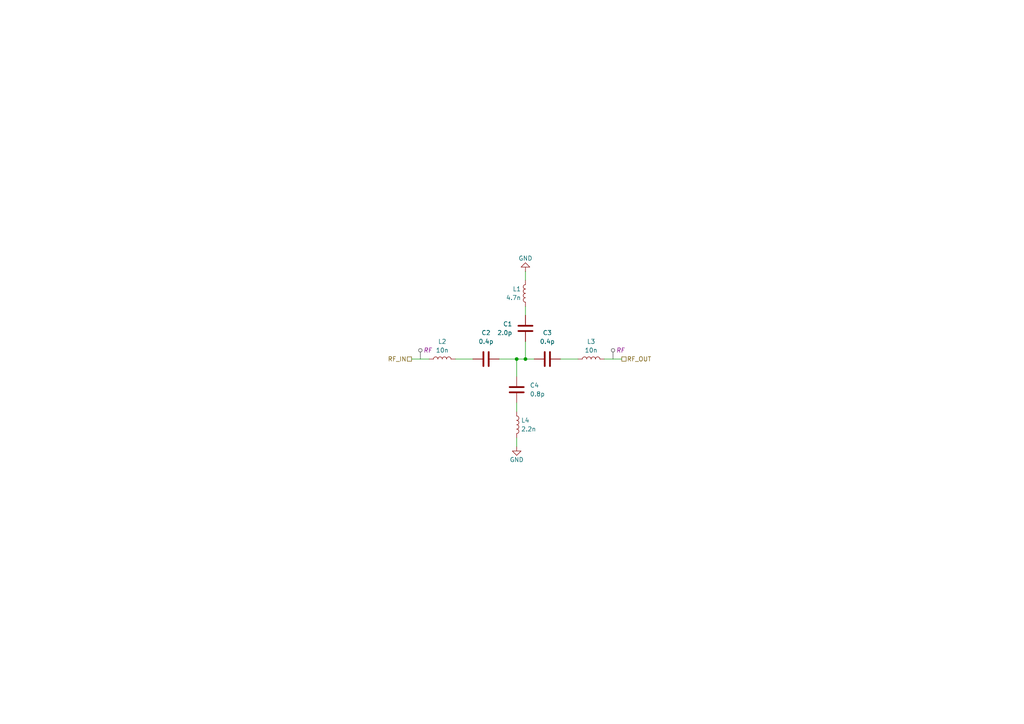
<source format=kicad_sch>
(kicad_sch
	(version 20231120)
	(generator "eeschema")
	(generator_version "8.0")
	(uuid "4f5c9ac9-4834-4be8-a47f-5050175a71a2")
	(paper "A4")
	(title_block
		(title "S-Band 1W Amplifier Prototype")
		(date "2024-08-23")
		(rev "0")
		(company "Wireless and Control Systems LLC")
		(comment 1 "Dan Tatum")
	)
	(lib_symbols
		(symbol "power:GND"
			(power)
			(pin_numbers hide)
			(pin_names
				(offset 0) hide)
			(exclude_from_sim no)
			(in_bom yes)
			(on_board yes)
			(property "Reference" "#PWR"
				(at 0 -6.35 0)
				(effects
					(font
						(size 1.27 1.27)
					)
					(hide yes)
				)
			)
			(property "Value" "GND"
				(at 0 -3.81 0)
				(effects
					(font
						(size 1.27 1.27)
					)
				)
			)
			(property "Footprint" ""
				(at 0 0 0)
				(effects
					(font
						(size 1.27 1.27)
					)
					(hide yes)
				)
			)
			(property "Datasheet" ""
				(at 0 0 0)
				(effects
					(font
						(size 1.27 1.27)
					)
					(hide yes)
				)
			)
			(property "Description" "Power symbol creates a global label with name \"GND\" , ground"
				(at 0 0 0)
				(effects
					(font
						(size 1.27 1.27)
					)
					(hide yes)
				)
			)
			(property "ki_keywords" "global power"
				(at 0 0 0)
				(effects
					(font
						(size 1.27 1.27)
					)
					(hide yes)
				)
			)
			(symbol "GND_0_1"
				(polyline
					(pts
						(xy 0 0) (xy 0 -1.27) (xy 1.27 -1.27) (xy 0 -2.54) (xy -1.27 -1.27) (xy 0 -1.27)
					)
					(stroke
						(width 0)
						(type default)
					)
					(fill
						(type none)
					)
				)
			)
			(symbol "GND_1_1"
				(pin power_in line
					(at 0 0 270)
					(length 0)
					(name "~"
						(effects
							(font
								(size 1.27 1.27)
							)
						)
					)
					(number "1"
						(effects
							(font
								(size 1.27 1.27)
							)
						)
					)
				)
			)
		)
		(symbol "proj_library:0402DC-10NXJRW"
			(pin_numbers hide)
			(pin_names
				(offset 1.016) hide)
			(exclude_from_sim no)
			(in_bom yes)
			(on_board yes)
			(property "Reference" "L"
				(at 1.27 2.54 0)
				(effects
					(font
						(size 1.27 1.27)
					)
					(justify left)
				)
			)
			(property "Value" "10n"
				(at 1.27 -2.54 0)
				(effects
					(font
						(size 1.27 1.27)
					)
					(justify left)
				)
			)
			(property "Footprint" "proj_library:RFL0402"
				(at 0 -3.81 0)
				(effects
					(font
						(size 1.27 1.27)
					)
					(hide yes)
				)
			)
			(property "Datasheet" ""
				(at 0 0 0)
				(effects
					(font
						(size 1.27 1.27)
					)
					(hide yes)
				)
			)
			(property "Description" "0402DC-10NXJRW"
				(at 0 0 0)
				(effects
					(font
						(size 1.27 1.27)
					)
					(hide yes)
				)
			)
			(property "Manufacturer" "Coilcraft"
				(at 0 3.81 0)
				(effects
					(font
						(size 1.27 1.27)
					)
					(hide yes)
				)
			)
			(property "ki_keywords" "inductor choke coil reactor magnetic"
				(at 0 0 0)
				(effects
					(font
						(size 1.27 1.27)
					)
					(hide yes)
				)
			)
			(property "ki_fp_filters" "Choke_* *Coil* Inductor_* L_*"
				(at 0 0 0)
				(effects
					(font
						(size 1.27 1.27)
					)
					(hide yes)
				)
			)
			(symbol "0402DC-10NXJRW_0_1"
				(arc
					(start 0 -2.54)
					(mid 0.6323 -1.905)
					(end 0 -1.27)
					(stroke
						(width 0)
						(type default)
					)
					(fill
						(type none)
					)
				)
				(arc
					(start 0 -1.27)
					(mid 0.6323 -0.635)
					(end 0 0)
					(stroke
						(width 0)
						(type default)
					)
					(fill
						(type none)
					)
				)
				(arc
					(start 0 0)
					(mid 0.6323 0.635)
					(end 0 1.27)
					(stroke
						(width 0)
						(type default)
					)
					(fill
						(type none)
					)
				)
				(arc
					(start 0 1.27)
					(mid 0.6323 1.905)
					(end 0 2.54)
					(stroke
						(width 0)
						(type default)
					)
					(fill
						(type none)
					)
				)
			)
			(symbol "0402DC-10NXJRW_1_1"
				(pin passive line
					(at 0 3.81 270)
					(length 1.27)
					(name "1"
						(effects
							(font
								(size 1.27 1.27)
							)
						)
					)
					(number "1"
						(effects
							(font
								(size 1.27 1.27)
							)
						)
					)
				)
				(pin passive line
					(at 0 -3.81 90)
					(length 1.27)
					(name "2"
						(effects
							(font
								(size 1.27 1.27)
							)
						)
					)
					(number "2"
						(effects
							(font
								(size 1.27 1.27)
							)
						)
					)
				)
			)
		)
		(symbol "proj_library:0402DC-2N2XJRW"
			(pin_numbers hide)
			(pin_names
				(offset 1.016) hide)
			(exclude_from_sim no)
			(in_bom yes)
			(on_board yes)
			(property "Reference" "L"
				(at 1.27 2.54 0)
				(effects
					(font
						(size 1.27 1.27)
					)
					(justify left)
				)
			)
			(property "Value" "2.2n"
				(at 1.27 -2.54 0)
				(effects
					(font
						(size 1.27 1.27)
					)
					(justify left)
				)
			)
			(property "Footprint" "proj_library:RFL0402"
				(at 0 -3.81 0)
				(effects
					(font
						(size 1.27 1.27)
					)
					(hide yes)
				)
			)
			(property "Datasheet" ""
				(at 0 0 0)
				(effects
					(font
						(size 1.27 1.27)
					)
					(hide yes)
				)
			)
			(property "Description" "0402DC-2N2XJRW"
				(at 0 0 0)
				(effects
					(font
						(size 1.27 1.27)
					)
					(hide yes)
				)
			)
			(property "Manufacturer" "Coilcraft"
				(at 0 3.81 0)
				(effects
					(font
						(size 1.27 1.27)
					)
					(hide yes)
				)
			)
			(property "ki_keywords" "inductor choke coil reactor magnetic"
				(at 0 0 0)
				(effects
					(font
						(size 1.27 1.27)
					)
					(hide yes)
				)
			)
			(property "ki_fp_filters" "Choke_* *Coil* Inductor_* L_*"
				(at 0 0 0)
				(effects
					(font
						(size 1.27 1.27)
					)
					(hide yes)
				)
			)
			(symbol "0402DC-2N2XJRW_0_1"
				(arc
					(start 0 -2.54)
					(mid 0.6323 -1.905)
					(end 0 -1.27)
					(stroke
						(width 0)
						(type default)
					)
					(fill
						(type none)
					)
				)
				(arc
					(start 0 -1.27)
					(mid 0.6323 -0.635)
					(end 0 0)
					(stroke
						(width 0)
						(type default)
					)
					(fill
						(type none)
					)
				)
				(arc
					(start 0 0)
					(mid 0.6323 0.635)
					(end 0 1.27)
					(stroke
						(width 0)
						(type default)
					)
					(fill
						(type none)
					)
				)
				(arc
					(start 0 1.27)
					(mid 0.6323 1.905)
					(end 0 2.54)
					(stroke
						(width 0)
						(type default)
					)
					(fill
						(type none)
					)
				)
			)
			(symbol "0402DC-2N2XJRW_1_1"
				(pin passive line
					(at 0 3.81 270)
					(length 1.27)
					(name "1"
						(effects
							(font
								(size 1.27 1.27)
							)
						)
					)
					(number "1"
						(effects
							(font
								(size 1.27 1.27)
							)
						)
					)
				)
				(pin passive line
					(at 0 -3.81 90)
					(length 1.27)
					(name "2"
						(effects
							(font
								(size 1.27 1.27)
							)
						)
					)
					(number "2"
						(effects
							(font
								(size 1.27 1.27)
							)
						)
					)
				)
			)
		)
		(symbol "proj_library:0402DC-4N7XJRW"
			(pin_numbers hide)
			(pin_names
				(offset 1.016) hide)
			(exclude_from_sim no)
			(in_bom yes)
			(on_board yes)
			(property "Reference" "L"
				(at 1.27 2.54 0)
				(effects
					(font
						(size 1.27 1.27)
					)
					(justify left)
				)
			)
			(property "Value" "4.7n"
				(at 1.27 -2.54 0)
				(effects
					(font
						(size 1.27 1.27)
					)
					(justify left)
				)
			)
			(property "Footprint" "proj_library:RFL0402"
				(at 0 -3.81 0)
				(effects
					(font
						(size 1.27 1.27)
					)
					(hide yes)
				)
			)
			(property "Datasheet" ""
				(at 0 0 0)
				(effects
					(font
						(size 1.27 1.27)
					)
					(hide yes)
				)
			)
			(property "Description" "0402DC-4N7XJRW"
				(at 0 0 0)
				(effects
					(font
						(size 1.27 1.27)
					)
					(hide yes)
				)
			)
			(property "Manufacturer" "Coilcraft"
				(at 0 3.81 0)
				(effects
					(font
						(size 1.27 1.27)
					)
					(hide yes)
				)
			)
			(property "ki_keywords" "inductor choke coil reactor magnetic"
				(at 0 0 0)
				(effects
					(font
						(size 1.27 1.27)
					)
					(hide yes)
				)
			)
			(property "ki_fp_filters" "Choke_* *Coil* Inductor_* L_*"
				(at 0 0 0)
				(effects
					(font
						(size 1.27 1.27)
					)
					(hide yes)
				)
			)
			(symbol "0402DC-4N7XJRW_0_1"
				(arc
					(start 0 -2.54)
					(mid 0.6323 -1.905)
					(end 0 -1.27)
					(stroke
						(width 0)
						(type default)
					)
					(fill
						(type none)
					)
				)
				(arc
					(start 0 -1.27)
					(mid 0.6323 -0.635)
					(end 0 0)
					(stroke
						(width 0)
						(type default)
					)
					(fill
						(type none)
					)
				)
				(arc
					(start 0 0)
					(mid 0.6323 0.635)
					(end 0 1.27)
					(stroke
						(width 0)
						(type default)
					)
					(fill
						(type none)
					)
				)
				(arc
					(start 0 1.27)
					(mid 0.6323 1.905)
					(end 0 2.54)
					(stroke
						(width 0)
						(type default)
					)
					(fill
						(type none)
					)
				)
			)
			(symbol "0402DC-4N7XJRW_1_1"
				(pin passive line
					(at 0 3.81 270)
					(length 1.27)
					(name "1"
						(effects
							(font
								(size 1.27 1.27)
							)
						)
					)
					(number "1"
						(effects
							(font
								(size 1.27 1.27)
							)
						)
					)
				)
				(pin passive line
					(at 0 -3.81 90)
					(length 1.27)
					(name "2"
						(effects
							(font
								(size 1.27 1.27)
							)
						)
					)
					(number "2"
						(effects
							(font
								(size 1.27 1.27)
							)
						)
					)
				)
			)
		)
		(symbol "proj_library:QSCF201Q0R8B1GV001T"
			(pin_numbers hide)
			(pin_names
				(offset 0.254)
			)
			(exclude_from_sim no)
			(in_bom yes)
			(on_board yes)
			(property "Reference" "C"
				(at 0.635 2.54 0)
				(effects
					(font
						(size 1.27 1.27)
					)
					(justify left)
				)
			)
			(property "Value" "0.8p"
				(at 0.635 -2.54 0)
				(effects
					(font
						(size 1.27 1.27)
					)
					(justify left)
				)
			)
			(property "Footprint" "proj_library:RFC0402"
				(at 0 -3.81 0)
				(effects
					(font
						(size 1.27 1.27)
					)
					(hide yes)
				)
			)
			(property "Datasheet" ""
				(at 0 0 0)
				(effects
					(font
						(size 1.27 1.27)
					)
					(hide yes)
				)
			)
			(property "Description" "CAP CER 0.8PF 200V C0G/NP0 0402"
				(at 0 0 0)
				(effects
					(font
						(size 1.27 1.27)
					)
					(hide yes)
				)
			)
			(property "ki_keywords" "C cap capacitor"
				(at 0 0 0)
				(effects
					(font
						(size 1.27 1.27)
					)
					(hide yes)
				)
			)
			(property "ki_fp_filters" "C_*"
				(at 0 0 0)
				(effects
					(font
						(size 1.27 1.27)
					)
					(hide yes)
				)
			)
			(symbol "QSCF201Q0R8B1GV001T_0_1"
				(polyline
					(pts
						(xy -2.032 -0.762) (xy 2.032 -0.762)
					)
					(stroke
						(width 0.508)
						(type default)
					)
					(fill
						(type none)
					)
				)
				(polyline
					(pts
						(xy -2.032 0.762) (xy 2.032 0.762)
					)
					(stroke
						(width 0.508)
						(type default)
					)
					(fill
						(type none)
					)
				)
			)
			(symbol "QSCF201Q0R8B1GV001T_1_1"
				(pin passive line
					(at 0 3.81 270)
					(length 2.794)
					(name "~"
						(effects
							(font
								(size 1.27 1.27)
							)
						)
					)
					(number "1"
						(effects
							(font
								(size 1.27 1.27)
							)
						)
					)
				)
				(pin passive line
					(at 0 -3.81 90)
					(length 2.794)
					(name "~"
						(effects
							(font
								(size 1.27 1.27)
							)
						)
					)
					(number "2"
						(effects
							(font
								(size 1.27 1.27)
							)
						)
					)
				)
			)
		)
		(symbol "proj_library:QSCF500Q0R4A1GV001T"
			(pin_numbers hide)
			(pin_names
				(offset 0.254)
			)
			(exclude_from_sim no)
			(in_bom yes)
			(on_board yes)
			(property "Reference" "C"
				(at 0.635 2.54 0)
				(effects
					(font
						(size 1.27 1.27)
					)
					(justify left)
				)
			)
			(property "Value" "0.4p"
				(at 0.635 -2.54 0)
				(effects
					(font
						(size 1.27 1.27)
					)
					(justify left)
				)
			)
			(property "Footprint" "proj_library:RFC0402"
				(at 0 -3.81 0)
				(effects
					(font
						(size 1.27 1.27)
					)
					(hide yes)
				)
			)
			(property "Datasheet" ""
				(at 0 0 0)
				(effects
					(font
						(size 1.27 1.27)
					)
					(hide yes)
				)
			)
			(property "Description" "CAP CER 0.4PF 50V C0G/NP0 0402"
				(at 0 0 0)
				(effects
					(font
						(size 1.27 1.27)
					)
					(hide yes)
				)
			)
			(property "ki_keywords" "C cap capacitor"
				(at 0 0 0)
				(effects
					(font
						(size 1.27 1.27)
					)
					(hide yes)
				)
			)
			(property "ki_fp_filters" "C_*"
				(at 0 0 0)
				(effects
					(font
						(size 1.27 1.27)
					)
					(hide yes)
				)
			)
			(symbol "QSCF500Q0R4A1GV001T_0_1"
				(polyline
					(pts
						(xy -2.032 -0.762) (xy 2.032 -0.762)
					)
					(stroke
						(width 0.508)
						(type default)
					)
					(fill
						(type none)
					)
				)
				(polyline
					(pts
						(xy -2.032 0.762) (xy 2.032 0.762)
					)
					(stroke
						(width 0.508)
						(type default)
					)
					(fill
						(type none)
					)
				)
			)
			(symbol "QSCF500Q0R4A1GV001T_1_1"
				(pin passive line
					(at 0 3.81 270)
					(length 2.794)
					(name "~"
						(effects
							(font
								(size 1.27 1.27)
							)
						)
					)
					(number "1"
						(effects
							(font
								(size 1.27 1.27)
							)
						)
					)
				)
				(pin passive line
					(at 0 -3.81 90)
					(length 2.794)
					(name "~"
						(effects
							(font
								(size 1.27 1.27)
							)
						)
					)
					(number "2"
						(effects
							(font
								(size 1.27 1.27)
							)
						)
					)
				)
			)
		)
		(symbol "proj_library:QSCF500Q2R0B1GV001T"
			(pin_numbers hide)
			(pin_names
				(offset 0.254)
			)
			(exclude_from_sim no)
			(in_bom yes)
			(on_board yes)
			(property "Reference" "C"
				(at 0.635 2.54 0)
				(effects
					(font
						(size 1.27 1.27)
					)
					(justify left)
				)
			)
			(property "Value" "2.0p"
				(at 0.635 -2.54 0)
				(effects
					(font
						(size 1.27 1.27)
					)
					(justify left)
				)
			)
			(property "Footprint" "proj_library:RFC0402"
				(at 0 -3.81 0)
				(effects
					(font
						(size 1.27 1.27)
					)
					(hide yes)
				)
			)
			(property "Datasheet" ""
				(at 0 0 0)
				(effects
					(font
						(size 1.27 1.27)
					)
					(hide yes)
				)
			)
			(property "Description" "CAP CER 2PF 50V C0G/NP0 0402"
				(at 0 0 0)
				(effects
					(font
						(size 1.27 1.27)
					)
					(hide yes)
				)
			)
			(property "ki_keywords" "C cap capacitor"
				(at 0 0 0)
				(effects
					(font
						(size 1.27 1.27)
					)
					(hide yes)
				)
			)
			(property "ki_fp_filters" "C_*"
				(at 0 0 0)
				(effects
					(font
						(size 1.27 1.27)
					)
					(hide yes)
				)
			)
			(symbol "QSCF500Q2R0B1GV001T_0_1"
				(polyline
					(pts
						(xy -2.032 -0.762) (xy 2.032 -0.762)
					)
					(stroke
						(width 0.508)
						(type default)
					)
					(fill
						(type none)
					)
				)
				(polyline
					(pts
						(xy -2.032 0.762) (xy 2.032 0.762)
					)
					(stroke
						(width 0.508)
						(type default)
					)
					(fill
						(type none)
					)
				)
			)
			(symbol "QSCF500Q2R0B1GV001T_1_1"
				(pin passive line
					(at 0 3.81 270)
					(length 2.794)
					(name "~"
						(effects
							(font
								(size 1.27 1.27)
							)
						)
					)
					(number "1"
						(effects
							(font
								(size 1.27 1.27)
							)
						)
					)
				)
				(pin passive line
					(at 0 -3.81 90)
					(length 2.794)
					(name "~"
						(effects
							(font
								(size 1.27 1.27)
							)
						)
					)
					(number "2"
						(effects
							(font
								(size 1.27 1.27)
							)
						)
					)
				)
			)
		)
	)
	(junction
		(at 149.86 104.14)
		(diameter 0)
		(color 0 0 0 0)
		(uuid "061cfbf5-1568-444c-979a-7a4b94a07afa")
	)
	(junction
		(at 152.4 104.14)
		(diameter 0)
		(color 0 0 0 0)
		(uuid "425fb092-b82d-4213-a95b-460fe857ec7f")
	)
	(wire
		(pts
			(xy 152.4 88.9) (xy 152.4 91.44)
		)
		(stroke
			(width 0)
			(type default)
		)
		(uuid "18128645-1160-47e3-80de-bf3086833ee6")
	)
	(wire
		(pts
			(xy 175.26 104.14) (xy 180.34 104.14)
		)
		(stroke
			(width 0)
			(type default)
		)
		(uuid "20985cae-4ead-421c-b98d-cc305e90e3c6")
	)
	(wire
		(pts
			(xy 152.4 99.06) (xy 152.4 104.14)
		)
		(stroke
			(width 0)
			(type default)
		)
		(uuid "2133f862-ece7-4c89-b8ef-02e436144132")
	)
	(wire
		(pts
			(xy 149.86 127) (xy 149.86 129.54)
		)
		(stroke
			(width 0)
			(type default)
		)
		(uuid "3092ed67-bb13-4b2a-ab2b-6085ce9f3594")
	)
	(wire
		(pts
			(xy 162.56 104.14) (xy 167.64 104.14)
		)
		(stroke
			(width 0)
			(type default)
		)
		(uuid "59ee4af9-6490-4224-905a-6bcee9a9e32c")
	)
	(wire
		(pts
			(xy 132.08 104.14) (xy 137.16 104.14)
		)
		(stroke
			(width 0)
			(type default)
		)
		(uuid "721e4a91-1fc0-4389-9434-dd070e58800f")
	)
	(wire
		(pts
			(xy 149.86 116.84) (xy 149.86 119.38)
		)
		(stroke
			(width 0)
			(type default)
		)
		(uuid "87b572f8-da11-4c9b-837e-999976b95b3d")
	)
	(wire
		(pts
			(xy 119.38 104.14) (xy 124.46 104.14)
		)
		(stroke
			(width 0)
			(type default)
		)
		(uuid "8abbc1cb-1e88-4380-86d2-bd4a708a43a4")
	)
	(wire
		(pts
			(xy 149.86 104.14) (xy 152.4 104.14)
		)
		(stroke
			(width 0)
			(type default)
		)
		(uuid "9cb70871-9651-4a2c-8e6e-7aa7364ef98f")
	)
	(wire
		(pts
			(xy 152.4 78.74) (xy 152.4 81.28)
		)
		(stroke
			(width 0)
			(type default)
		)
		(uuid "aa0e3d85-3c41-484a-a533-3e4702301418")
	)
	(wire
		(pts
			(xy 144.78 104.14) (xy 149.86 104.14)
		)
		(stroke
			(width 0)
			(type default)
		)
		(uuid "c3c965ee-e222-4daa-ad9d-a07ea34036f4")
	)
	(wire
		(pts
			(xy 152.4 104.14) (xy 154.94 104.14)
		)
		(stroke
			(width 0)
			(type default)
		)
		(uuid "d7f75a88-1166-4850-b7c6-bf9536e46c93")
	)
	(wire
		(pts
			(xy 149.86 104.14) (xy 149.86 109.22)
		)
		(stroke
			(width 0)
			(type default)
		)
		(uuid "e560ab37-cb6a-4f1a-8f3e-be517967228e")
	)
	(hierarchical_label "RF_IN"
		(shape passive)
		(at 119.38 104.14 180)
		(fields_autoplaced yes)
		(effects
			(font
				(size 1.27 1.27)
			)
			(justify right)
		)
		(uuid "f860612a-4c14-4510-bb33-f94439e7eb6b")
	)
	(hierarchical_label "RF_OUT"
		(shape passive)
		(at 180.34 104.14 0)
		(fields_autoplaced yes)
		(effects
			(font
				(size 1.27 1.27)
			)
			(justify left)
		)
		(uuid "f943f257-6ac0-4912-b99e-c5b01a5b4278")
	)
	(netclass_flag ""
		(length 2.54)
		(shape round)
		(at 177.8 104.14 0)
		(effects
			(font
				(size 1.27 1.27)
			)
			(justify left bottom)
		)
		(uuid "95141004-87f6-4f4d-bddf-3cc2bbd7bc6d")
		(property "Netclass" "RF"
			(at 178.689 101.6 0)
			(effects
				(font
					(size 1.27 1.27)
					(italic yes)
				)
				(justify left)
			)
		)
	)
	(netclass_flag ""
		(length 2.54)
		(shape round)
		(at 121.92 104.14 0)
		(effects
			(font
				(size 1.27 1.27)
			)
			(justify left bottom)
		)
		(uuid "f9c8ae5b-3440-468f-9ea5-d6e851138948")
		(property "Netclass" "RF"
			(at 122.809 101.6 0)
			(effects
				(font
					(size 1.27 1.27)
					(italic yes)
				)
				(justify left)
			)
		)
	)
	(symbol
		(lib_id "proj_library:QSCF500Q0R4A1GV001T")
		(at 158.75 104.14 90)
		(unit 1)
		(exclude_from_sim no)
		(in_bom yes)
		(on_board yes)
		(dnp no)
		(fields_autoplaced yes)
		(uuid "014ef84a-0794-44e1-8214-49b6b08b1537")
		(property "Reference" "C3"
			(at 158.75 96.52 90)
			(effects
				(font
					(size 1.27 1.27)
				)
			)
		)
		(property "Value" "0.4p"
			(at 158.75 99.06 90)
			(effects
				(font
					(size 1.27 1.27)
				)
			)
		)
		(property "Footprint" "proj_library:RFC0402"
			(at 162.56 104.14 0)
			(effects
				(font
					(size 1.27 1.27)
				)
				(hide yes)
			)
		)
		(property "Datasheet" ""
			(at 158.75 104.14 0)
			(effects
				(font
					(size 1.27 1.27)
				)
				(hide yes)
			)
		)
		(property "Description" "CAP CER 0.4PF 50V C0G/NP0 0402"
			(at 158.75 104.14 0)
			(effects
				(font
					(size 1.27 1.27)
				)
				(hide yes)
			)
		)
		(pin "2"
			(uuid "2d399031-6353-4863-b0cb-f7b25c6f7f23")
		)
		(pin "1"
			(uuid "d9b0b246-eebe-4cdb-b1e9-9fe9e1b71254")
		)
		(instances
			(project ""
				(path "/e63e39d7-6ac0-4ffd-8aa3-1841a4541b55/7218080b-1d20-463b-b649-fe9788faa311"
					(reference "C3")
					(unit 1)
				)
			)
		)
	)
	(symbol
		(lib_id "proj_library:0402DC-2N2XJRW")
		(at 149.86 123.19 0)
		(unit 1)
		(exclude_from_sim no)
		(in_bom yes)
		(on_board yes)
		(dnp no)
		(fields_autoplaced yes)
		(uuid "1c1c8433-8079-4ab1-918f-f92fceed23a9")
		(property "Reference" "L4"
			(at 151.13 121.9199 0)
			(effects
				(font
					(size 1.27 1.27)
				)
				(justify left)
			)
		)
		(property "Value" "2.2n"
			(at 151.13 124.4599 0)
			(effects
				(font
					(size 1.27 1.27)
				)
				(justify left)
			)
		)
		(property "Footprint" "proj_library:RFL0402"
			(at 149.86 127 0)
			(effects
				(font
					(size 1.27 1.27)
				)
				(hide yes)
			)
		)
		(property "Datasheet" ""
			(at 149.86 123.19 0)
			(effects
				(font
					(size 1.27 1.27)
				)
				(hide yes)
			)
		)
		(property "Description" "0402DC-2N2XJRW"
			(at 149.86 123.19 0)
			(effects
				(font
					(size 1.27 1.27)
				)
				(hide yes)
			)
		)
		(property "Manufacturer" "Coilcraft"
			(at 149.86 119.38 0)
			(effects
				(font
					(size 1.27 1.27)
				)
				(hide yes)
			)
		)
		(pin "1"
			(uuid "f29fbefd-d911-4241-92ea-541d41f10d4f")
		)
		(pin "2"
			(uuid "d661e169-b9e7-4ab9-9a74-6c6be3ed75c8")
		)
		(instances
			(project ""
				(path "/e63e39d7-6ac0-4ffd-8aa3-1841a4541b55/7218080b-1d20-463b-b649-fe9788faa311"
					(reference "L4")
					(unit 1)
				)
			)
		)
	)
	(symbol
		(lib_id "proj_library:0402DC-10NXJRW")
		(at 171.45 104.14 90)
		(unit 1)
		(exclude_from_sim no)
		(in_bom yes)
		(on_board yes)
		(dnp no)
		(fields_autoplaced yes)
		(uuid "40e9fbc9-6c41-4bfc-af24-52e16e463060")
		(property "Reference" "L3"
			(at 171.45 99.06 90)
			(effects
				(font
					(size 1.27 1.27)
				)
			)
		)
		(property "Value" "10n"
			(at 171.45 101.6 90)
			(effects
				(font
					(size 1.27 1.27)
				)
			)
		)
		(property "Footprint" "proj_library:RFL0402"
			(at 175.26 104.14 0)
			(effects
				(font
					(size 1.27 1.27)
				)
				(hide yes)
			)
		)
		(property "Datasheet" ""
			(at 171.45 104.14 0)
			(effects
				(font
					(size 1.27 1.27)
				)
				(hide yes)
			)
		)
		(property "Description" "0402DC-10NXJRW"
			(at 171.45 104.14 0)
			(effects
				(font
					(size 1.27 1.27)
				)
				(hide yes)
			)
		)
		(property "Manufacturer" "Coilcraft"
			(at 167.64 104.14 0)
			(effects
				(font
					(size 1.27 1.27)
				)
				(hide yes)
			)
		)
		(pin "1"
			(uuid "1285f5c8-8240-480f-92f5-427e059a30a4")
		)
		(pin "2"
			(uuid "79abf67d-7021-4b95-adc1-5f3dc970e8f7")
		)
		(instances
			(project "Uno_S-Band_1W"
				(path "/e63e39d7-6ac0-4ffd-8aa3-1841a4541b55/7218080b-1d20-463b-b649-fe9788faa311"
					(reference "L3")
					(unit 1)
				)
			)
		)
	)
	(symbol
		(lib_id "proj_library:QSCF201Q0R8B1GV001T")
		(at 149.86 113.03 0)
		(unit 1)
		(exclude_from_sim no)
		(in_bom yes)
		(on_board yes)
		(dnp no)
		(fields_autoplaced yes)
		(uuid "764a02e7-9c12-486e-b87e-0eef1c87b71b")
		(property "Reference" "C4"
			(at 153.67 111.7599 0)
			(effects
				(font
					(size 1.27 1.27)
				)
				(justify left)
			)
		)
		(property "Value" "0.8p"
			(at 153.67 114.2999 0)
			(effects
				(font
					(size 1.27 1.27)
				)
				(justify left)
			)
		)
		(property "Footprint" "proj_library:RFC0402"
			(at 149.86 116.84 0)
			(effects
				(font
					(size 1.27 1.27)
				)
				(hide yes)
			)
		)
		(property "Datasheet" ""
			(at 149.86 113.03 0)
			(effects
				(font
					(size 1.27 1.27)
				)
				(hide yes)
			)
		)
		(property "Description" "CAP CER 0.8PF 200V C0G/NP0 0402"
			(at 149.86 113.03 0)
			(effects
				(font
					(size 1.27 1.27)
				)
				(hide yes)
			)
		)
		(pin "2"
			(uuid "83471e1b-ad26-4c1c-b9e8-55bed064dfaa")
		)
		(pin "1"
			(uuid "4178c460-4f27-4396-bf99-68fa668ae28d")
		)
		(instances
			(project ""
				(path "/e63e39d7-6ac0-4ffd-8aa3-1841a4541b55/7218080b-1d20-463b-b649-fe9788faa311"
					(reference "C4")
					(unit 1)
				)
			)
		)
	)
	(symbol
		(lib_id "power:GND")
		(at 149.86 129.54 0)
		(unit 1)
		(exclude_from_sim no)
		(in_bom yes)
		(on_board yes)
		(dnp no)
		(uuid "a6fbf9fb-1f4d-4f57-8953-020947c62e92")
		(property "Reference" "#PWR08"
			(at 149.86 135.89 0)
			(effects
				(font
					(size 1.27 1.27)
				)
				(hide yes)
			)
		)
		(property "Value" "GND"
			(at 149.86 133.35 0)
			(effects
				(font
					(size 1.27 1.27)
				)
			)
		)
		(property "Footprint" ""
			(at 149.86 129.54 0)
			(effects
				(font
					(size 1.27 1.27)
				)
				(hide yes)
			)
		)
		(property "Datasheet" ""
			(at 149.86 129.54 0)
			(effects
				(font
					(size 1.27 1.27)
				)
				(hide yes)
			)
		)
		(property "Description" "Power symbol creates a global label with name \"GND\" , ground"
			(at 149.86 129.54 0)
			(effects
				(font
					(size 1.27 1.27)
				)
				(hide yes)
			)
		)
		(pin "1"
			(uuid "e1c69ee8-ec50-4f79-ba0d-95525fae5d49")
		)
		(instances
			(project ""
				(path "/e63e39d7-6ac0-4ffd-8aa3-1841a4541b55/7218080b-1d20-463b-b649-fe9788faa311"
					(reference "#PWR08")
					(unit 1)
				)
			)
		)
	)
	(symbol
		(lib_id "proj_library:0402DC-10NXJRW")
		(at 128.27 104.14 90)
		(unit 1)
		(exclude_from_sim no)
		(in_bom yes)
		(on_board yes)
		(dnp no)
		(fields_autoplaced yes)
		(uuid "adf55653-701d-48a2-890b-137a03cba290")
		(property "Reference" "L2"
			(at 128.27 99.06 90)
			(effects
				(font
					(size 1.27 1.27)
				)
			)
		)
		(property "Value" "10n"
			(at 128.27 101.6 90)
			(effects
				(font
					(size 1.27 1.27)
				)
			)
		)
		(property "Footprint" "proj_library:RFL0402"
			(at 132.08 104.14 0)
			(effects
				(font
					(size 1.27 1.27)
				)
				(hide yes)
			)
		)
		(property "Datasheet" ""
			(at 128.27 104.14 0)
			(effects
				(font
					(size 1.27 1.27)
				)
				(hide yes)
			)
		)
		(property "Description" "0402DC-10NXJRW"
			(at 128.27 104.14 0)
			(effects
				(font
					(size 1.27 1.27)
				)
				(hide yes)
			)
		)
		(property "Manufacturer" "Coilcraft"
			(at 124.46 104.14 0)
			(effects
				(font
					(size 1.27 1.27)
				)
				(hide yes)
			)
		)
		(pin "1"
			(uuid "b85876b1-c33c-44c9-a01d-f23db1fbeee8")
		)
		(pin "2"
			(uuid "ec4f4617-4ae7-487c-8fd3-f163a99feb21")
		)
		(instances
			(project ""
				(path "/e63e39d7-6ac0-4ffd-8aa3-1841a4541b55/7218080b-1d20-463b-b649-fe9788faa311"
					(reference "L2")
					(unit 1)
				)
			)
		)
	)
	(symbol
		(lib_id "power:GND")
		(at 152.4 78.74 180)
		(unit 1)
		(exclude_from_sim no)
		(in_bom yes)
		(on_board yes)
		(dnp no)
		(uuid "bcab7697-eae2-4b3d-81e7-4f8d5cc0d69f")
		(property "Reference" "#PWR07"
			(at 152.4 72.39 0)
			(effects
				(font
					(size 1.27 1.27)
				)
				(hide yes)
			)
		)
		(property "Value" "GND"
			(at 152.4 74.93 0)
			(effects
				(font
					(size 1.27 1.27)
				)
			)
		)
		(property "Footprint" ""
			(at 152.4 78.74 0)
			(effects
				(font
					(size 1.27 1.27)
				)
				(hide yes)
			)
		)
		(property "Datasheet" ""
			(at 152.4 78.74 0)
			(effects
				(font
					(size 1.27 1.27)
				)
				(hide yes)
			)
		)
		(property "Description" "Power symbol creates a global label with name \"GND\" , ground"
			(at 152.4 78.74 0)
			(effects
				(font
					(size 1.27 1.27)
				)
				(hide yes)
			)
		)
		(pin "1"
			(uuid "8258f08e-6252-467c-b702-ae8ef8d06eca")
		)
		(instances
			(project ""
				(path "/e63e39d7-6ac0-4ffd-8aa3-1841a4541b55/7218080b-1d20-463b-b649-fe9788faa311"
					(reference "#PWR07")
					(unit 1)
				)
			)
		)
	)
	(symbol
		(lib_id "proj_library:QSCF500Q0R4A1GV001T")
		(at 140.97 104.14 90)
		(unit 1)
		(exclude_from_sim no)
		(in_bom yes)
		(on_board yes)
		(dnp no)
		(fields_autoplaced yes)
		(uuid "c9687f00-e8e6-44e8-b021-df6f23325161")
		(property "Reference" "C2"
			(at 140.97 96.52 90)
			(effects
				(font
					(size 1.27 1.27)
				)
			)
		)
		(property "Value" "0.4p"
			(at 140.97 99.06 90)
			(effects
				(font
					(size 1.27 1.27)
				)
			)
		)
		(property "Footprint" "proj_library:RFC0402"
			(at 144.78 104.14 0)
			(effects
				(font
					(size 1.27 1.27)
				)
				(hide yes)
			)
		)
		(property "Datasheet" ""
			(at 140.97 104.14 0)
			(effects
				(font
					(size 1.27 1.27)
				)
				(hide yes)
			)
		)
		(property "Description" "CAP CER 0.4PF 50V C0G/NP0 0402"
			(at 140.97 104.14 0)
			(effects
				(font
					(size 1.27 1.27)
				)
				(hide yes)
			)
		)
		(pin "2"
			(uuid "456a1e7b-b24b-4910-a250-c1c219e27d2c")
		)
		(pin "1"
			(uuid "d99e2495-1cfa-48f0-910d-efb1e68360ae")
		)
		(instances
			(project ""
				(path "/e63e39d7-6ac0-4ffd-8aa3-1841a4541b55/7218080b-1d20-463b-b649-fe9788faa311"
					(reference "C2")
					(unit 1)
				)
			)
		)
	)
	(symbol
		(lib_id "proj_library:QSCF500Q2R0B1GV001T")
		(at 152.4 95.25 0)
		(mirror x)
		(unit 1)
		(exclude_from_sim no)
		(in_bom yes)
		(on_board yes)
		(dnp no)
		(fields_autoplaced yes)
		(uuid "cab0412d-8e52-41be-b0c9-421fefdfe87c")
		(property "Reference" "C1"
			(at 148.59 93.9799 0)
			(effects
				(font
					(size 1.27 1.27)
				)
				(justify right)
			)
		)
		(property "Value" "2.0p"
			(at 148.59 96.5199 0)
			(effects
				(font
					(size 1.27 1.27)
				)
				(justify right)
			)
		)
		(property "Footprint" "proj_library:RFC0402"
			(at 152.4 91.44 0)
			(effects
				(font
					(size 1.27 1.27)
				)
				(hide yes)
			)
		)
		(property "Datasheet" ""
			(at 152.4 95.25 0)
			(effects
				(font
					(size 1.27 1.27)
				)
				(hide yes)
			)
		)
		(property "Description" "CAP CER 2PF 50V C0G/NP0 0402"
			(at 152.4 95.25 0)
			(effects
				(font
					(size 1.27 1.27)
				)
				(hide yes)
			)
		)
		(pin "1"
			(uuid "2f1f920b-0282-486c-94ce-f96895b0e6d2")
		)
		(pin "2"
			(uuid "e9f5c433-f4c4-4cb6-9e96-d9292ae7407d")
		)
		(instances
			(project ""
				(path "/e63e39d7-6ac0-4ffd-8aa3-1841a4541b55/7218080b-1d20-463b-b649-fe9788faa311"
					(reference "C1")
					(unit 1)
				)
			)
		)
	)
	(symbol
		(lib_id "proj_library:0402DC-4N7XJRW")
		(at 152.4 85.09 0)
		(mirror y)
		(unit 1)
		(exclude_from_sim no)
		(in_bom yes)
		(on_board yes)
		(dnp no)
		(uuid "d544f8ef-9123-4970-b22b-ce8501665b35")
		(property "Reference" "L1"
			(at 151.13 83.8199 0)
			(effects
				(font
					(size 1.27 1.27)
				)
				(justify left)
			)
		)
		(property "Value" "4.7n"
			(at 151.13 86.3599 0)
			(effects
				(font
					(size 1.27 1.27)
				)
				(justify left)
			)
		)
		(property "Footprint" "proj_library:RFL0402"
			(at 152.4 88.9 0)
			(effects
				(font
					(size 1.27 1.27)
				)
				(hide yes)
			)
		)
		(property "Datasheet" ""
			(at 152.4 85.09 0)
			(effects
				(font
					(size 1.27 1.27)
				)
				(hide yes)
			)
		)
		(property "Description" "0402DC-4N7XJRW"
			(at 152.4 85.09 0)
			(effects
				(font
					(size 1.27 1.27)
				)
				(hide yes)
			)
		)
		(property "Manufacturer" "Coilcraft"
			(at 152.4 81.28 0)
			(effects
				(font
					(size 1.27 1.27)
				)
				(hide yes)
			)
		)
		(pin "1"
			(uuid "cf8adbc7-367a-480b-87bf-7a4f85d1a3cc")
		)
		(pin "2"
			(uuid "89242241-bc01-4962-be6c-8f05826e9f18")
		)
		(instances
			(project ""
				(path "/e63e39d7-6ac0-4ffd-8aa3-1841a4541b55/7218080b-1d20-463b-b649-fe9788faa311"
					(reference "L1")
					(unit 1)
				)
			)
		)
	)
)

</source>
